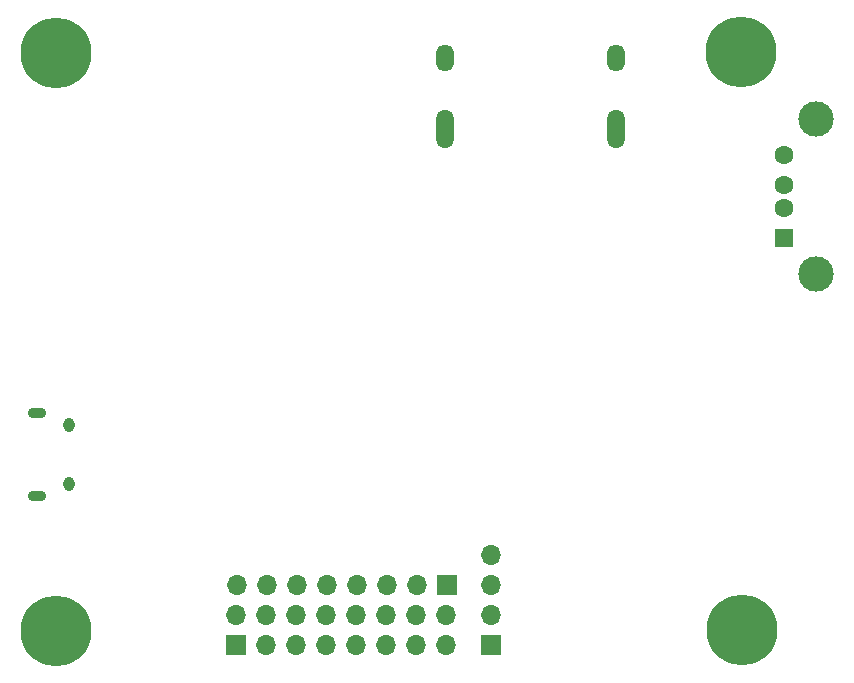
<source format=gbr>
%TF.GenerationSoftware,KiCad,Pcbnew,(6.0.0-0)*%
%TF.CreationDate,2022-10-23T11:33:14-04:00*%
%TF.ProjectId,hermes_v1,6865726d-6573-45f7-9631-2e6b69636164,rev?*%
%TF.SameCoordinates,Original*%
%TF.FileFunction,Soldermask,Bot*%
%TF.FilePolarity,Negative*%
%FSLAX46Y46*%
G04 Gerber Fmt 4.6, Leading zero omitted, Abs format (unit mm)*
G04 Created by KiCad (PCBNEW (6.0.0-0)) date 2022-10-23 11:33:14*
%MOMM*%
%LPD*%
G01*
G04 APERTURE LIST*
%ADD10O,1.550000X0.890000*%
%ADD11O,0.950000X1.250000*%
%ADD12O,1.500000X3.300000*%
%ADD13O,1.500000X2.300000*%
%ADD14C,6.000000*%
%ADD15R,1.700000X1.700000*%
%ADD16O,1.700000X1.700000*%
%ADD17R,1.500000X1.600000*%
%ADD18C,1.600000*%
%ADD19C,3.000000*%
G04 APERTURE END LIST*
D10*
%TO.C,J2*%
X127550000Y-79650000D03*
X127550000Y-72650000D03*
D11*
X130250000Y-73650000D03*
X130250000Y-78650000D03*
%TD*%
D12*
%TO.C,J5*%
X162075000Y-48556750D03*
X176575000Y-48556750D03*
D13*
X176575000Y-42596750D03*
X162075000Y-42596750D03*
%TD*%
D14*
%TO.C,H1*%
X129150000Y-91100000D03*
%TD*%
%TO.C,H2*%
X129200000Y-42100000D03*
%TD*%
D15*
%TO.C,J3*%
X165960000Y-92300000D03*
D16*
X165960000Y-89760000D03*
X165960000Y-87220000D03*
X165960000Y-84680000D03*
%TD*%
D14*
%TO.C,H4*%
X187250000Y-91000000D03*
%TD*%
D17*
%TO.C,J4*%
X190790000Y-57800000D03*
D18*
X190790000Y-55300000D03*
X190790000Y-53300000D03*
X190790000Y-50800000D03*
D19*
X193500000Y-60870000D03*
X193500000Y-47730000D03*
%TD*%
D15*
%TO.C,J8*%
X162250000Y-87200000D03*
D16*
X159710000Y-87200000D03*
X157170000Y-87200000D03*
X154630000Y-87200000D03*
X152090000Y-87200000D03*
X149550000Y-87200000D03*
X147010000Y-87200000D03*
X144470000Y-87200000D03*
%TD*%
D15*
%TO.C,J9*%
X144450000Y-92300000D03*
D16*
X144450000Y-89760000D03*
X146990000Y-92300000D03*
X146990000Y-89760000D03*
X149530000Y-92300000D03*
X149530000Y-89760000D03*
X152070000Y-92300000D03*
X152070000Y-89760000D03*
X154610000Y-92300000D03*
X154610000Y-89760000D03*
X157150000Y-92300000D03*
X157150000Y-89760000D03*
X159690000Y-92300000D03*
X159690000Y-89760000D03*
X162230000Y-92300000D03*
X162230000Y-89760000D03*
%TD*%
D14*
%TO.C,H3*%
X187200000Y-42050000D03*
%TD*%
M02*

</source>
